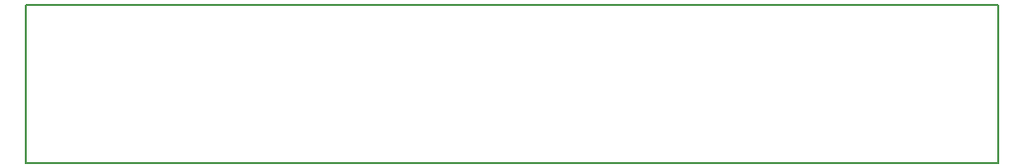
<source format=gbr>
%TF.GenerationSoftware,KiCad,Pcbnew,6.0.8-f2edbf62ab~116~ubuntu22.04.1*%
%TF.CreationDate,2022-10-15T18:03:24-07:00*%
%TF.ProjectId,syringe,73797269-6e67-4652-9e6b-696361645f70,rev?*%
%TF.SameCoordinates,Original*%
%TF.FileFunction,Profile,NP*%
%FSLAX46Y46*%
G04 Gerber Fmt 4.6, Leading zero omitted, Abs format (unit mm)*
G04 Created by KiCad (PCBNEW 6.0.8-f2edbf62ab~116~ubuntu22.04.1) date 2022-10-15 18:03:24*
%MOMM*%
%LPD*%
G01*
G04 APERTURE LIST*
%TA.AperFunction,Profile*%
%ADD10C,0.200000*%
%TD*%
G04 APERTURE END LIST*
D10*
X90000000Y-100000000D02*
X173000000Y-100000000D01*
X173000000Y-100000000D02*
X173000000Y-113500000D01*
X173000000Y-113500000D02*
X90000000Y-113500000D01*
X90000000Y-113500000D02*
X90000000Y-100000000D01*
M02*

</source>
